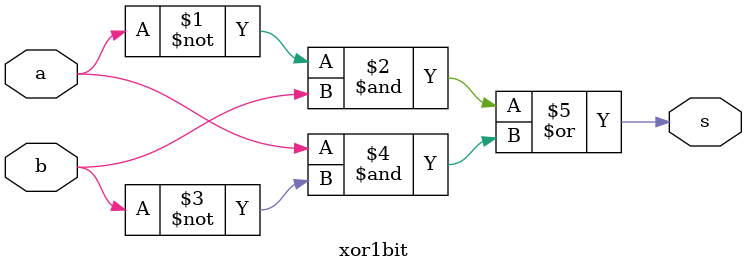
<source format=v>
module xor4bit(a,b,s);

	input	[3:0]a,b;
	output [3:0]s;

	xor1bit xor_u3(.a(a[3]), .b(b[3]), .s(s[3]));
	xor1bit xor_u2(.a(a[2]), .b(b[2]), .s(s[2]));
	xor1bit xor_u1(.a(a[1]), .b(b[1]), .s(s[1]));
	xor1bit xor_u0(.a(a[0]), .b(b[0]), .s(s[0]));

endmodule 

////////////   xor1bit   /////////////////
module xor1bit(a,b,s);

	input a,b;
	output s;

	assign s = ((~a) & b) | (a & (~b));

endmodule 
</source>
